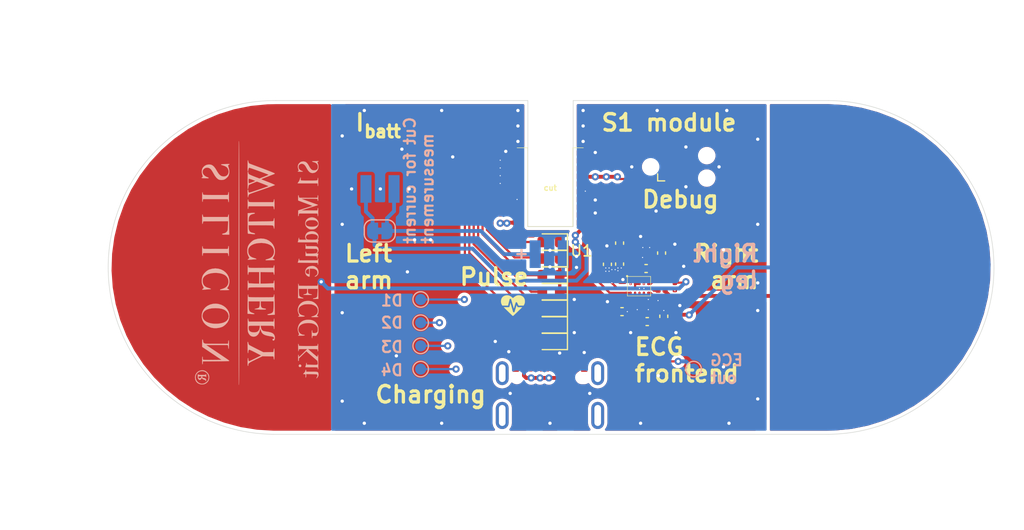
<source format=kicad_pcb>
(kicad_pcb (version 20171130) (host pcbnew "(5.1.9-0-10_14)")
  (title_block (title "S1 ECG Demo") (date 2021-08-19) (rev 1) (company "Silicon Witchery AB") (comment 1 "Engineer: Rohit Nareshkumar") (comment 2 https://creativecommons.org/licenses/by/4.0/) (comment 3 "Attribution 4.0 International License") (comment 4 "Released under the Creative Commons"))
  (layers (0 F.Cu signal) (1 In1.Cu power) (2 In2.Cu power) (31 B.Cu signal) (35 F.Paste user) (36 B.SilkS user) (37 F.SilkS user) (38 B.Mask user) (39 F.Mask user) (44 Edge.Cuts user))
  (net 0 "")
  (net 1 "Net-(C1-Pad2)")
  (net 2 "Net-(C1-Pad1)")
  (net 3 "Net-(C2-Pad2)")
  (net 4 "Net-(C3-Pad1)")
  (net 5 "Net-(C4-Pad2)")
  (net 6 "Net-(C4-Pad1)")
  (net 7 GND)
  (net 8 +1V8)
  (net 9 "Net-(C7-Pad1)")
  (net 10 "Net-(J3-Pad1)")
  (net 11 "Net-(LED1-Pad2)")
  (net 12 "Net-(LED2-Pad2)")
  (net 13 "Net-(LED3-Pad2)")
  (net 14 "Net-(LED4-Pad2)")
  (net 15 "Net-(LED5-Pad2)")
  (net 16 "Net-(LED6-Pad2)")
  (net 17 "Net-(LED7-Pad2)")
  (net 18 "Net-(J1-Pad1)")
  (net 19 "Net-(J5-Pad2)")
  (net 20 "Net-(C2-Pad1)")
  (net 21 "Net-(C7-Pad2)")
  (net 22 "Net-(C8-Pad2)")
  (net 23 /ecg-out)
  (net 24 "Net-(J2-Pad4)")
  (net 25 "Net-(J2-Pad2)")
  (net 26 "Net-(J4-Pad1)")
  (net 27 /Vbatt)
  (net 28 VBUS)
  (net 29 "Net-(J6-PadA5)")
  (net 30 "Net-(J6-PadA7)")
  (net 31 "Net-(J6-PadA6)")
  (net 32 "Net-(J6-PadB5)")
  (net 33 /led2)
  (net 34 /led3)
  (net 35 /led4)
  (net 36 /led1)
  (net 37 /led7)
  (net 38 /~shutdown)
  (net 39 /led6)
  (net 40 /led5)
  (net 41 /lead-detect)
  (net 42 "Net-(R2-Pad1)")
  (net 43 "Net-(R3-Pad1)")
  (net 44 "Net-(R12-Pad2)")
  (module s1-ecg-demo:WLCSP-20-no-paste (layer F.Cu) (at 146.4 104.7)
    (fp_text reference U1 (at -4.44 -2.6) (layer F.SilkS))
    (fp_text value AD8233)
    (pad A1 smd circle (at 0 0) (size 0.22 0.22) (layers F.Cu F.Mask) (net 7 GND))
    (pad A2 smd circle (at 0.4 0) (size 0.22 0.22) (layers F.Cu F.Mask) (net 8 +1V8))
    (pad A3 smd circle (at 0.8 0) (size 0.22 0.22) (layers F.Cu F.Mask) (net 4 "Net-(C3-Pad1)"))
    (pad A4 smd circle (at 1.2 0) (size 0.22 0.22) (layers F.Cu F.Mask) (net 1 "Net-(C1-Pad2)"))
    (pad A5 smd circle (at 1.6 0) (size 0.22 0.22) (layers F.Cu F.Mask) (net 2 "Net-(C1-Pad1)"))
    (pad B1 smd circle (at 0 0.4) (size 0.22 0.22) (layers F.Cu F.Mask) (net 38 /~shutdown))
    (pad B2 smd circle (at 0.4 0.4) (size 0.22 0.22) (layers F.Cu F.Mask) (net 8 +1V8))
    (pad B3 smd circle (at 0.8 0.4) (size 0.22 0.22) (layers F.Cu F.Mask) (net 8 +1V8))
    (pad B4 smd circle (at 1.2 0.4) (size 0.22 0.22) (layers F.Cu F.Mask) (net 3 "Net-(C2-Pad2)"))
    (pad B5 smd circle (at 1.6 0.4) (size 0.22 0.22) (layers F.Cu F.Mask) (net 42 "Net-(R2-Pad1)"))
    (pad C1 smd circle (at 0 0.8) (size 0.22 0.22) (layers F.Cu F.Mask) (net 41 /lead-detect))
    (pad C2 smd circle (at 0.4 0.8) (size 0.22 0.22) (layers F.Cu F.Mask) (net 8 +1V8))
    (pad C3 smd circle (at 0.8 0.8) (size 0.22 0.22) (layers F.Cu F.Mask) (net 9 "Net-(C7-Pad1)"))
    (pad C4 smd circle (at 1.2 0.8) (size 0.22 0.22) (layers F.Cu F.Mask) (net 5 "Net-(C4-Pad2)"))
    (pad C5 smd circle (at 1.6 0.8) (size 0.22 0.22) (layers F.Cu F.Mask) (net 43 "Net-(R3-Pad1)"))
    (pad D1 smd circle (at 0 1.2) (size 0.22 0.22) (layers F.Cu F.Mask) (net 23 /ecg-out))
    (pad D2 smd circle (at 0.4 1.2) (size 0.22 0.22) (layers F.Cu F.Mask) (net 44 "Net-(R12-Pad2)"))
    (pad D3 smd circle (at 0.8 1.2) (size 0.22 0.22) (layers F.Cu F.Mask) (net 21 "Net-(C7-Pad2)"))
    (pad D4 smd circle (at 1.2 1.2) (size 0.22 0.22) (layers F.Cu F.Mask) (net 20 "Net-(C2-Pad1)"))
    (pad D5 smd circle (at 1.6 1.2) (size 0.22 0.22) (layers F.Cu F.Mask) (net 6 "Net-(C4-Pad1)"))
  )
  (module Capacitor_SMD:C_0402_1005Metric (layer F.Cu) (at 144.3 103.32 90)
    (fp_text reference C6 hide)
    (fp_text value 10uF hide)
    (pad 2 smd roundrect (at 0.48 0 90) (size 0.56 0.62) (layers F.Cu F.Paste F.Mask) (net 7 GND))
    (pad 1 smd roundrect (at -0.48 0 90) (size 0.56 0.62) (layers F.Cu F.Paste F.Mask) (net 8 +1V8))
  )
  (module s1-ecg-demo:DX07S016JA1R1500 (layer F.Cu) (at 136 112.5)
    (fp_text reference J6 hide)
    (fp_text value USB-C-16-Pin hide)
    (pad A1/B12 smd rect (at 0 0) (size 0.5588 1.0922) (layers F.Cu F.Paste F.Mask) (net 7 GND))
    (pad A4/B9 smd rect (at 0.749999 0) (size 0.5588 1.0922) (layers F.Cu F.Paste F.Mask) (net 28 VBUS))
    (pad A5 smd rect (at 1.350001 0) (size 0.3048 1.0414) (layers F.Cu F.Paste F.Mask) (net 29 "Net-(J6-PadA5)"))
    (pad B8 smd rect (at 1.85 0) (size 0.3048 1.0414) (layers F.Cu F.Paste F.Mask))
    (pad B7 smd rect (at 2.349999 0) (size 0.3048 1.0414) (layers F.Cu F.Paste F.Mask) (net 30 "Net-(J6-PadA7)"))
    (pad A6 smd rect (at 2.85 0) (size 0.3048 1.0414) (layers F.Cu F.Paste F.Mask) (net 31 "Net-(J6-PadA6)"))
    (pad B6 smd rect (at 3.349999 0) (size 0.3048 1.0414) (layers F.Cu F.Paste F.Mask) (net 31 "Net-(J6-PadA6)"))
    (pad A7 smd rect (at 3.850001 0) (size 0.3048 1.0414) (layers F.Cu F.Paste F.Mask) (net 30 "Net-(J6-PadA7)"))
    (pad B5 smd rect (at 4.35 0) (size 0.3048 1.0414) (layers F.Cu F.Paste F.Mask) (net 32 "Net-(J6-PadB5)"))
    (pad A8 smd rect (at 4.849999 0) (size 0.3048 1.0414) (layers F.Cu F.Paste F.Mask))
    (pad A9/B4 smd rect (at 5.45 0) (size 0.5588 1.0922) (layers F.Cu F.Paste F.Mask) (net 28 VBUS))
    (pad A12/B1 smd rect (at 6.199999 0) (size 0.5588 1.0922) (layers F.Cu F.Paste F.Mask) (net 7 GND))
    (pad "" smd rect (at 1.7 4.496 90) (size 2.0066 0.9906) (layers F.Cu F.Paste F.Mask))
    (pad "" smd rect (at 4.499999 4.496 90) (size 2.0066 0.9906) (layers F.Cu F.Paste F.Mask))
    (pad "" np_thru_hole circle (at 0.1 1.054) (size 0.65 0.65) (drill 0.65) (layers *.Cu *.Mask))
    (pad "" np_thru_hole oval (at 6.099999 1.054001) (size 0.85 0.65) (drill oval 0.85 0.65) (layers *.Cu *.Mask))
    (pad "" thru_hole oval (at -1.220002 4.496 90) (size 2.458 1.158) (drill oval 1.9 0.6) (layers *.Cu *.Mask))
    (pad "" thru_hole oval (at -1.220002 0.670999 90) (size 2.158 1.158) (drill oval 1.6 0.6) (layers *.Cu *.Mask))
    (pad "" thru_hole oval (at 7.420001 4.496 90) (size 2.458 1.158) (drill oval 1.9 0.6) (layers *.Cu *.Mask))
    (pad "" thru_hole oval (at 7.419601 0.670999 90) (size 2.158 1.158) (drill oval 1.6 0.6) (layers *.Cu *.Mask))
  )
  (module Resistor_SMD:R_0201_0603Metric (layer F.Cu) (at 135.68 110.3)
    (fp_text reference R14 hide)
    (fp_text value 5.1k)
    (pad 2 smd roundrect (at 0.32 0) (size 0.46 0.4) (layers F.Cu F.Mask) (net 29 "Net-(J6-PadA5)"))
    (pad 1 smd roundrect (at -0.32 0) (size 0.46 0.4) (layers F.Cu F.Mask) (net 7 GND))
  )
  (module LED_SMD:LED_0603_1608Metric (layer F.Cu) (at 139.195799 107.3 180)
    (fp_text reference LED4 hide)
    (fp_text value LED)
    (pad 2 smd roundrect (at 0.7875 0 180) (size 0.875 0.95) (layers F.Cu F.Paste F.Mask) (net 14 "Net-(LED4-Pad2)"))
    (pad 1 smd roundrect (at -0.7875 0 180) (size 0.875 0.95) (layers F.Cu F.Paste F.Mask) (net 7 GND))
  )
  (module s1-ecg-demo:heartbeat (layer F.Cu) (at 135.75 107.05)
    (fp_text reference FID3 hide)
    (fp_text value "Heartbeat icon" hide)
  )
  (module s1-ecg-demo:title (layer B.Cu) (at 117.2 103.8 270)
    (fp_text reference FID2 hide)
    (fp_text value "Board title" hide)
  )
  (module s1-ecg-demo:sw-logo (layer B.Cu) (at 110.9 103.2 270)
    (fp_text reference FID1 hide)
    (fp_text value Logo hide)
  )
  (module Resistor_SMD:R_0201_0603Metric (layer F.Cu) (at 134.3 96.7)
    (fp_text reference R22 hide)
    (fp_text value 665R)
    (pad 2 smd roundrect (at 0.32 0) (size 0.46 0.4) (layers F.Cu F.Mask) (net 37 /led7))
    (pad 1 smd roundrect (at -0.32 0) (size 0.46 0.4) (layers F.Cu F.Mask) (net 17 "Net-(LED7-Pad2)"))
  )
  (module Resistor_SMD:R_0201_0603Metric (layer F.Cu) (at 134.3 98.1)
    (fp_text reference R21 hide)
    (fp_text value 665R)
    (pad 2 smd roundrect (at 0.32 0) (size 0.46 0.4) (layers F.Cu F.Mask) (net 39 /led6))
    (pad 1 smd roundrect (at -0.32 0) (size 0.46 0.4) (layers F.Cu F.Mask) (net 16 "Net-(LED6-Pad2)"))
  )
  (module Resistor_SMD:R_0201_0603Metric (layer F.Cu) (at 134.3 98.8)
    (fp_text reference R20 hide)
    (fp_text value 665R)
    (pad 2 smd roundrect (at 0.32 0) (size 0.46 0.4) (layers F.Cu F.Mask) (net 40 /led5))
    (pad 1 smd roundrect (at -0.32 0) (size 0.46 0.4) (layers F.Cu F.Mask) (net 15 "Net-(LED5-Pad2)"))
  )
  (module Resistor_SMD:R_0201_0603Metric (layer F.Cu) (at 134.3 95.3)
    (fp_text reference R19 hide)
    (fp_text value 665R)
    (pad 2 smd roundrect (at 0.32 0) (size 0.46 0.4) (layers F.Cu F.Mask) (net 35 /led4))
    (pad 1 smd roundrect (at -0.32 0) (size 0.46 0.4) (layers F.Cu F.Mask) (net 14 "Net-(LED4-Pad2)"))
  )
  (module Resistor_SMD:R_0201_0603Metric (layer F.Cu) (at 134.3 94.6)
    (fp_text reference R18 hide)
    (fp_text value 665R)
    (pad 2 smd roundrect (at 0.32 0) (size 0.46 0.4) (layers F.Cu F.Mask) (net 34 /led3))
    (pad 1 smd roundrect (at -0.32 0) (size 0.46 0.4) (layers F.Cu F.Mask) (net 13 "Net-(LED3-Pad2)"))
  )
  (module Resistor_SMD:R_0201_0603Metric (layer F.Cu) (at 134.3 93.9)
    (fp_text reference R17 hide)
    (fp_text value 665R)
    (pad 2 smd roundrect (at 0.32 0) (size 0.46 0.4) (layers F.Cu F.Mask) (net 33 /led2))
    (pad 1 smd roundrect (at -0.32 0) (size 0.46 0.4) (layers F.Cu F.Mask) (net 12 "Net-(LED2-Pad2)"))
  )
  (module Resistor_SMD:R_0201_0603Metric (layer F.Cu) (at 146.4 101.6 90)
    (fp_text reference R7 hide)
    (fp_text value 10M)
    (pad 2 smd roundrect (at 0.32 0 90) (size 0.46 0.4) (layers F.Cu F.Mask) (net 7 GND))
    (pad 1 smd roundrect (at -0.32 0 90) (size 0.46 0.4) (layers F.Cu F.Mask) (net 4 "Net-(C3-Pad1)"))
  )
  (module Resistor_SMD:R_0201_0603Metric (layer F.Cu) (at 146.4 103.5 270)
    (fp_text reference R4 hide)
    (fp_text value 10M)
    (pad 2 smd roundrect (at 0.32 0 270) (size 0.46 0.4) (layers F.Cu F.Mask) (net 8 +1V8))
    (pad 1 smd roundrect (at -0.32 0 270) (size 0.46 0.4) (layers F.Cu F.Mask) (net 4 "Net-(C3-Pad1)"))
  )
  (module Resistor_SMD:R_0201_0603Metric (layer F.Cu) (at 147.8 102.7)
    (fp_text reference R1 hide)
    (fp_text value 10M)
    (pad 2 smd roundrect (at 0.32 0) (size 0.46 0.4) (layers F.Cu F.Mask) (net 1 "Net-(C1-Pad2)"))
    (pad 1 smd roundrect (at -0.32 0) (size 0.46 0.4) (layers F.Cu F.Mask) (net 3 "Net-(C2-Pad2)"))
  )
  (module Resistor_SMD:R_0201_0603Metric (layer F.Cu) (at 149.2 105.7)
    (fp_text reference R3 hide)
    (fp_text value 182k)
    (pad 2 smd roundrect (at 0.32 0) (size 0.46 0.4) (layers F.Cu F.Mask) (net 10 "Net-(J3-Pad1)"))
    (pad 1 smd roundrect (at -0.32 0) (size 0.46 0.4) (layers F.Cu F.Mask) (net 43 "Net-(R3-Pad1)"))
  )
  (module Resistor_SMD:R_0201_0603Metric (layer F.Cu) (at 149.2 104.8)
    (fp_text reference R2 hide)
    (fp_text value 182k)
    (pad 2 smd roundrect (at 0.32 0) (size 0.46 0.4) (layers F.Cu F.Mask) (net 18 "Net-(J1-Pad1)"))
    (pad 1 smd roundrect (at -0.32 0) (size 0.46 0.4) (layers F.Cu F.Mask) (net 42 "Net-(R2-Pad1)"))
  )
  (module Resistor_SMD:R_0201_0603Metric (layer F.Cu) (at 146.1 108.6 180)
    (fp_text reference R10 hide)
    (fp_text value 1M)
    (pad 2 smd roundrect (at 0.32 0 180) (size 0.46 0.4) (layers F.Cu F.Mask) (net 22 "Net-(C8-Pad2)"))
    (pad 1 smd roundrect (at -0.32 0 180) (size 0.46 0.4) (layers F.Cu F.Mask) (net 21 "Net-(C7-Pad2)"))
  )
  (module Resistor_SMD:R_0201_0603Metric (layer F.Cu) (at 150.4 108.2 90)
    (fp_text reference R8 hide)
    (fp_text value 499k)
    (pad 2 smd roundrect (at 0.32 0 90) (size 0.46 0.4) (layers F.Cu F.Mask) (net 26 "Net-(J4-Pad1)"))
    (pad 1 smd roundrect (at -0.32 0 90) (size 0.46 0.4) (layers F.Cu F.Mask) (net 6 "Net-(C4-Pad1)"))
  )
  (module Resistor_SMD:R_0201_0603Metric (layer F.Cu) (at 145.8 106.7 180)
    (fp_text reference R13 hide)
    (fp_text value 1M)
    (pad 2 smd roundrect (at 0.32 0 180) (size 0.46 0.4) (layers F.Cu F.Mask) (net 23 /ecg-out))
    (pad 1 smd roundrect (at -0.32 0 180) (size 0.46 0.4) (layers F.Cu F.Mask) (net 44 "Net-(R12-Pad2)"))
  )
  (module Resistor_SMD:R_0201_0603Metric (layer F.Cu) (at 147 107.1 90)
    (fp_text reference R12 hide)
    (fp_text value 100k)
    (pad 2 smd roundrect (at 0.32 0 90) (size 0.46 0.4) (layers F.Cu F.Mask) (net 44 "Net-(R12-Pad2)"))
    (pad 1 smd roundrect (at -0.32 0 90) (size 0.46 0.4) (layers F.Cu F.Mask) (net 9 "Net-(C7-Pad1)"))
  )
  (module Resistor_SMD:R_0201_0603Metric (layer F.Cu) (at 150.4 105.3 270)
    (fp_text reference R6 hide)
    (fp_text value 10M)
    (pad 2 smd roundrect (at 0.32 0 270) (size 0.46 0.4) (layers F.Cu F.Mask) (net 6 "Net-(C4-Pad1)"))
    (pad 1 smd roundrect (at -0.32 0 270) (size 0.46 0.4) (layers F.Cu F.Mask) (net 18 "Net-(J1-Pad1)"))
  )
  (module Resistor_SMD:R_0201_0603Metric (layer F.Cu) (at 149.2 106.6 180)
    (fp_text reference R5 hide)
    (fp_text value 10M)
    (pad 2 smd roundrect (at 0.32 0 180) (size 0.46 0.4) (layers F.Cu F.Mask) (net 6 "Net-(C4-Pad1)"))
    (pad 1 smd roundrect (at -0.32 0 180) (size 0.46 0.4) (layers F.Cu F.Mask) (net 10 "Net-(J3-Pad1)"))
  )
  (module Resistor_SMD:R_0201_0603Metric (layer F.Cu) (at 147.8 101.8 180)
    (fp_text reference R9 hide)
    (fp_text value 200k)
    (pad 2 smd roundrect (at 0.32 0 180) (size 0.46 0.4) (layers F.Cu F.Mask) (net 22 "Net-(C8-Pad2)"))
    (pad 1 smd roundrect (at -0.32 0 180) (size 0.46 0.4) (layers F.Cu F.Mask) (net 20 "Net-(C2-Pad1)"))
  )
  (module Resistor_SMD:R_0201_0603Metric (layer F.Cu) (at 148 107.1 90)
    (fp_text reference R11 hide)
    (fp_text value 100k)
    (pad 2 smd roundrect (at 0.32 0 90) (size 0.46 0.4) (layers F.Cu F.Mask) (net 20 "Net-(C2-Pad1)"))
    (pad 1 smd roundrect (at -0.32 0 90) (size 0.46 0.4) (layers F.Cu F.Mask) (net 9 "Net-(C7-Pad1)"))
  )
  (module Resistor_SMD:R_0201_0603Metric (layer F.Cu) (at 134.3 96)
    (fp_text reference R16 hide)
    (fp_text value 665R)
    (pad 2 smd roundrect (at 0.32 0) (size 0.46 0.4) (layers F.Cu F.Mask) (net 36 /led1))
    (pad 1 smd roundrect (at -0.32 0) (size 0.46 0.4) (layers F.Cu F.Mask) (net 11 "Net-(LED1-Pad2)"))
  )
  (module Resistor_SMD:R_0201_0603Metric (layer F.Cu) (at 142.52 110.3 180)
    (fp_text reference R15 hide)
    (fp_text value 5.1k)
    (pad 2 smd roundrect (at 0.32 0 180) (size 0.46 0.4) (layers F.Cu F.Mask) (net 32 "Net-(J6-PadB5)"))
    (pad 1 smd roundrect (at -0.32 0 180) (size 0.46 0.4) (layers F.Cu F.Mask) (net 7 GND))
  )
  (module LED_SMD:LED_0603_1608Metric (layer F.Cu) (at 139.195799 104.3 180)
    (fp_text reference LED7 hide)
    (fp_text value LED)
    (pad 2 smd roundrect (at 0.7875 0 180) (size 0.875 0.95) (layers F.Cu F.Paste F.Mask) (net 17 "Net-(LED7-Pad2)"))
    (pad 1 smd roundrect (at -0.7875 0 180) (size 0.875 0.95) (layers F.Cu F.Paste F.Mask) (net 7 GND))
  )
  (module LED_SMD:LED_0603_1608Metric (layer F.Cu) (at 139.195799 102.8 180)
    (fp_text reference LED6 hide)
    (fp_text value LED)
    (pad 2 smd roundrect (at 0.7875 0 180) (size 0.875 0.95) (layers F.Cu F.Paste F.Mask) (net 16 "Net-(LED6-Pad2)"))
    (pad 1 smd roundrect (at -0.7875 0 180) (size 0.875 0.95) (layers F.Cu F.Paste F.Mask) (net 7 GND))
  )
  (module LED_SMD:LED_0603_1608Metric (layer F.Cu) (at 139.195799 101.3 180)
    (fp_text reference LED5 hide)
    (fp_text value LED)
    (pad 2 smd roundrect (at 0.7875 0 180) (size 0.875 0.95) (layers F.Cu F.Paste F.Mask) (net 15 "Net-(LED5-Pad2)"))
    (pad 1 smd roundrect (at -0.7875 0 180) (size 0.875 0.95) (layers F.Cu F.Paste F.Mask) (net 7 GND))
  )
  (module LED_SMD:LED_0603_1608Metric (layer F.Cu) (at 139.195799 108.8 180)
    (fp_text reference LED3 hide)
    (fp_text value LED)
    (pad 2 smd roundrect (at 0.7875 0 180) (size 0.875 0.95) (layers F.Cu F.Paste F.Mask) (net 13 "Net-(LED3-Pad2)"))
    (pad 1 smd roundrect (at -0.7875 0 180) (size 0.875 0.95) (layers F.Cu F.Paste F.Mask) (net 7 GND))
  )
  (module LED_SMD:LED_0603_1608Metric (layer F.Cu) (at 139.195799 110.3 180)
    (fp_text reference LED2 hide)
    (fp_text value LED)
    (pad 2 smd roundrect (at 0.7875 0 180) (size 0.875 0.95) (layers F.Cu F.Paste F.Mask) (net 12 "Net-(LED2-Pad2)"))
    (pad 1 smd roundrect (at -0.7875 0 180) (size 0.875 0.95) (layers F.Cu F.Paste F.Mask) (net 7 GND))
  )
  (module LED_SMD:LED_0603_1608Metric (layer F.Cu) (at 139.195799 105.8 180)
    (fp_text reference LED1 hide)
    (fp_text value LED)
    (pad 2 smd roundrect (at 0.7875 0 180) (size 0.875 0.95) (layers F.Cu F.Paste F.Mask) (net 11 "Net-(LED1-Pad2)"))
    (pad 1 smd roundrect (at -0.7875 0 180) (size 0.875 0.95) (layers F.Cu F.Paste F.Mask) (net 7 GND))
  )
  (module Capacitor_SMD:C_0402_1005Metric (layer F.Cu) (at 145.4 101.4 90)
    (fp_text reference C3 hide)
    (fp_text value 1uF)
    (pad 2 smd roundrect (at 0.48 0 90) (size 0.56 0.62) (layers F.Cu F.Paste F.Mask) (net 7 GND))
    (pad 1 smd roundrect (at -0.48 0 90) (size 0.56 0.62) (layers F.Cu F.Paste F.Mask) (net 4 "Net-(C3-Pad1)"))
  )
  (module Capacitor_SMD:C_0402_1005Metric (layer F.Cu) (at 145.4 103.3 90)
    (fp_text reference C5 hide)
    (fp_text value 100nF)
    (pad 2 smd roundrect (at 0.48 0 90) (size 0.56 0.62) (layers F.Cu F.Paste F.Mask) (net 7 GND))
    (pad 1 smd roundrect (at -0.48 0 90) (size 0.56 0.62) (layers F.Cu F.Paste F.Mask) (net 8 +1V8))
  )
  (module Capacitor_SMD:C_0402_1005Metric (layer F.Cu) (at 147.8 103.7 180)
    (fp_text reference C1 hide)
    (fp_text value 220nF)
    (pad 2 smd roundrect (at 0.48 0 180) (size 0.56 0.62) (layers F.Cu F.Paste F.Mask) (net 1 "Net-(C1-Pad2)"))
    (pad 1 smd roundrect (at -0.48 0 180) (size 0.56 0.62) (layers F.Cu F.Paste F.Mask) (net 2 "Net-(C1-Pad1)"))
  )
  (module Capacitor_SMD:C_0402_1005Metric (layer F.Cu) (at 147.9 108.5 180)
    (fp_text reference C7 hide)
    (fp_text value 22nF)
    (pad 2 smd roundrect (at 0.48 0 180) (size 0.56 0.62) (layers F.Cu F.Paste F.Mask) (net 21 "Net-(C7-Pad2)"))
    (pad 1 smd roundrect (at -0.48 0 180) (size 0.56 0.62) (layers F.Cu F.Paste F.Mask) (net 9 "Net-(C7-Pad1)"))
  )
  (module Capacitor_SMD:C_0402_1005Metric (layer F.Cu) (at 149.4 108.02 90)
    (fp_text reference C4 hide)
    (fp_text value 1nF)
    (pad 2 smd roundrect (at 0.48 0 90) (size 0.56 0.62) (layers F.Cu F.Paste F.Mask) (net 5 "Net-(C4-Pad2)"))
    (pad 1 smd roundrect (at -0.48 0 90) (size 0.56 0.62) (layers F.Cu F.Paste F.Mask) (net 6 "Net-(C4-Pad1)"))
  )
  (module Capacitor_SMD:C_0402_1005Metric (layer F.Cu) (at 145.62 107.6)
    (fp_text reference C8 hide)
    (fp_text value 10nF)
    (pad 2 smd roundrect (at 0.48 0) (size 0.56 0.62) (layers F.Cu F.Paste F.Mask) (net 22 "Net-(C8-Pad2)"))
    (pad 1 smd roundrect (at -0.48 0) (size 0.56 0.62) (layers F.Cu F.Paste F.Mask) (net 23 /ecg-out))
  )
  (module Capacitor_SMD:C_0402_1005Metric (layer F.Cu) (at 149.2 102.3 270)
    (fp_text reference C2 hide)
    (fp_text value 220nF)
    (pad 2 smd roundrect (at 0.48 0 270) (size 0.56 0.62) (layers F.Cu F.Paste F.Mask) (net 3 "Net-(C2-Pad2)"))
    (pad 1 smd roundrect (at -0.48 0 270) (size 0.56 0.62) (layers F.Cu F.Paste F.Mask) (net 20 "Net-(C2-Pad1)"))
  )
  (module TestPoint:TestPoint_Pad_D1.0mm (layer B.Cu) (at 152.1 112.8)
    (fp_text reference TP1 hide)
    (fp_text value "ECG out" hide)
    (pad 1 smd circle (at 0 0) (size 1 1) (layers B.Cu B.Mask) (net 23 /ecg-out))
  )
  (module TestPoint:TestPoint_Pad_D1.0mm (layer B.Cu) (at 127.4 112.8 90)
    (fp_text reference TP5 hide)
    (fp_text value D4)
    (pad 1 smd circle (at 0 0 90) (size 1 1) (layers B.Cu B.Mask) (net 35 /led4))
  )
  (module TestPoint:TestPoint_Pad_D1.0mm (layer B.Cu) (at 127.4 110.7 90)
    (fp_text reference TP4 hide)
    (fp_text value D3)
    (pad 1 smd circle (at 0 0 90) (size 1 1) (layers B.Cu B.Mask) (net 34 /led3))
  )
  (module TestPoint:TestPoint_Pad_D1.0mm (layer B.Cu) (at 127.4 108.6 90)
    (fp_text reference TP3 hide)
    (fp_text value D2)
    (pad 1 smd circle (at 0 0 90) (size 1 1) (layers B.Cu B.Mask) (net 33 /led2))
  )
  (module TestPoint:TestPoint_Pad_D1.0mm (layer B.Cu) (at 127.4 106.5 90)
    (fp_text reference TP2 hide)
    (fp_text value D1)
    (pad 1 smd circle (at 0 0 90) (size 1 1) (layers B.Cu B.Mask) (net 36 /led1))
  )
  (module Connector:Tag-Connect_TC2030-IDC-NL_2x03_P1.27mm_Vertical (layer F.Cu) (at 150.75 94.5)
    (fp_text reference J2 hide)
    (fp_text value TC2030)
    (pad 6 connect circle (at 1.27 -0.635) (size 0.7874 0.7874) (layers F.Cu F.Mask))
    (pad 5 connect circle (at 1.27 0.635) (size 0.7874 0.7874) (layers F.Cu F.Mask) (net 7 GND))
    (pad 4 connect circle (at 0 -0.635) (size 0.7874 0.7874) (layers F.Cu F.Mask) (net 24 "Net-(J2-Pad4)"))
    (pad 3 connect circle (at 0 0.635) (size 0.7874 0.7874) (layers F.Cu F.Mask))
    (pad 2 connect circle (at -1.27 -0.635) (size 0.7874 0.7874) (layers F.Cu F.Mask) (net 25 "Net-(J2-Pad2)"))
    (pad 1 connect circle (at -1.27 0.635) (size 0.7874 0.7874) (layers F.Cu F.Mask) (net 8 +1V8))
    (pad "" np_thru_hole circle (at -2.54 0) (size 0.9906 0.9906) (drill 0.9906) (layers *.Cu *.Mask))
    (pad "" np_thru_hole circle (at 2.54 1.016) (size 0.9906 0.9906) (drill 0.9906) (layers *.Cu *.Mask))
    (pad "" np_thru_hole circle (at 2.54 -1.016) (size 0.9906 0.9906) (drill 0.9906) (layers *.Cu *.Mask))
  )
  (module s1-ecg-demo:ECG-pad (layer F.Cu) (at 117.7 103.6 90)
    (fp_text reference J1 hide)
    (fp_text value "Left arm")
    (pad 1 smd roundrect (at 0 0 90) (size 1.524 1.524) (layers F.Cu F.Mask) (net 18 "Net-(J1-Pad1)"))
  )
  (module s1-ecg-demo:ECG-pad (layer B.Cu) (at 159.9 103.6)
    (fp_text reference J4 hide)
    (fp_text value "Right leg")
    (pad 1 smd roundrect (at 0 0) (size 1.524 1.524) (layers B.Cu B.Mask) (net 26 "Net-(J4-Pad1)"))
  )
  (module s1-ecg-demo:ECG-pad (layer F.Cu) (at 160.4 103.6)
    (fp_text reference J3 hide)
    (fp_text value "Right arm")
    (pad 1 smd roundrect (at 0 0) (size 1.524 1.524) (layers F.Cu F.Mask) (net 10 "Net-(J3-Pad1)"))
  )
  (module Jumper:SolderJumper-2_P1.3mm_Bridged_RoundedPad1.0x1.5mm (layer B.Cu) (at 123.7 100.3 180)
    (fp_text reference JP1 hide)
    (fp_text value Jumper_NC_Small)
    (fp_poly (pts (xy 0.25 0.3) (xy -0.25 0.3) (xy -0.25 -0.3) (xy 0.25 -0.3)) (layer B.Cu) (width 0))
    (pad 1 smd custom (at -0.65 0 180) (size 1 0.5) (layers B.Cu B.Mask) (net 19 "Net-(J5-Pad2)") (options (clearance outline) (anchor rect)) (primitives (gr_circle (center 0 -0.25) (end 0.5 -0.25) (width 0)) (gr_circle (center 0 0.25) (end 0.5 0.25) (width 0)) (gr_poly (pts (xy 0 0.75) (xy 0.5 0.75) (xy 0.5 -0.75) (xy 0 -0.75)) (width 0))))
    (pad 2 smd custom (at 0.65 0 180) (size 1 0.5) (layers B.Cu B.Mask) (net 27 /Vbatt) (options (clearance outline) (anchor rect)) (primitives (gr_circle (center 0 -0.25) (end 0.5 -0.25) (width 0)) (gr_circle (center 0 0.25) (end 0.5 0.25) (width 0)) (gr_poly (pts (xy 0 0.75) (xy -0.5 0.75) (xy -0.5 -0.75) (xy 0 -0.75)) (width 0))))
  )
  (module s1-module:s1-module (layer F.Cu) (at 139.174201 96.4)
    (fp_text reference MOD1 hide)
    (fp_text value s1-module hide)
    (fp_text user cut (at -0.05 0) (layer F.SilkS) (effects (font (size 0.5 0.5) (thickness 0.1))))
    (pad 20 smd rect (at 2.95 -3.15 180) (size 1 0.48) (drill (offset 0.1 0)) (layers F.Cu F.Paste) (net 7 GND))
    (pad 2 smd rect (at -3.05 -2.45) (size 1 0.48) (drill (offset 0.1 0)) (layers F.Cu F.Paste) (net 33 /led2))
    (pad 1 smd rect (at -3.05 -3.15) (size 1 0.48) (drill (offset 0.1 0)) (layers F.Cu F.Paste) (net 7 GND))
    (pad 3 smd rect (at -3.05 -1.75) (size 1 0.48) (drill (offset 0.1 0)) (layers F.Cu F.Paste) (net 34 /led3))
    (pad 4 smd rect (at -3.05 -1.05) (size 1 0.48) (drill (offset 0.1 0)) (layers F.Cu F.Paste) (net 35 /led4))
    (pad 5 smd rect (at -3.05 -0.35) (size 1 0.48) (drill (offset 0.1 0)) (layers F.Cu F.Paste) (net 36 /led1))
    (pad 6 smd rect (at -3.05 0.35) (size 1 0.48) (drill (offset 0.1 0)) (layers F.Cu F.Paste) (net 37 /led7))
    (pad 7 smd rect (at -3.05 1.05) (size 1 0.48) (drill (offset 0.1 0)) (layers F.Cu F.Paste) (net 38 /~shutdown))
    (pad 8 smd rect (at -3.05 1.75) (size 1 0.48) (drill (offset 0.1 0)) (layers F.Cu F.Paste) (net 39 /led6))
    (pad 9 smd rect (at -3.05 2.45) (size 1 0.48) (drill (offset 0.1 0)) (layers F.Cu F.Paste) (net 40 /led5))
    (pad 10 smd rect (at -3.05 3.15) (size 1 0.48) (drill (offset 0.1 0)) (layers F.Cu F.Paste) (net 28 VBUS))
    (pad 11 smd rect (at 2.95 3.15 180) (size 1 0.48) (drill (offset 0.1 0)) (layers F.Cu F.Paste) (net 27 /Vbatt))
    (pad 12 smd rect (at 2.95 2.45 180) (size 1 0.48) (drill (offset 0.1 0)) (layers F.Cu F.Paste))
    (pad 13 smd rect (at 2.95 1.75 180) (size 1 0.48) (drill (offset 0.1 0)) (layers F.Cu F.Paste))
    (pad 14 smd rect (at 2.95 1.05 180) (size 1 0.48) (drill (offset 0.1 0)) (layers F.Cu F.Paste) (net 7 GND))
    (pad 15 smd rect (at 2.95 0.35 180) (size 1 0.48) (drill (offset 0.1 0)) (layers F.Cu F.Paste) (net 41 /lead-detect))
    (pad 16 smd rect (at 2.95 -0.35 180) (size 1 0.48) (drill (offset 0.1 0)) (layers F.Cu F.Paste) (net 23 /ecg-out))
    (pad 17 smd rect (at 2.95 -1.05 180) (size 1 0.48) (drill (offset 0.1 0)) (layers F.Cu F.Paste) (net 8 +1V8))
    (pad 18 smd rect (at 2.95 -1.75 180) (size 1 0.48) (drill (offset 0.1 0)) (layers F.Cu F.Paste) (net 25 "Net-(J2-Pad2)"))
    (pad 19 smd rect (at 2.95 -2.45 180) (size 1 0.48) (drill (offset 0.1 0)) (layers F.Cu F.Paste) (net 24 "Net-(J2-Pad4)"))
  )
  (module s1-ecg-demo:Conn_2_SMD_2.54mm (layer B.Cu) (at 122.45 96.5)
    (fp_text reference J5 hide)
    (fp_text value "Current Probe")
    (pad 2 smd rect (at 2.54 0) (size 1 2.5) (layers B.Cu B.Paste B.Mask) (net 19 "Net-(J5-Pad2)"))
    (pad 1 smd rect (at 0 0) (size 1 2.5) (layers B.Cu B.Paste B.Mask) (net 27 /Vbatt))
  )
  (module s1-ecg-demo:Conn_2_SMD_2.54mm (layer B.Cu) (at 140.3 102.4 180)
    (fp_text reference J7 hide)
    (fp_text value "Battery Port")
    (pad 2 smd rect (at 2.54 0 180) (size 1 2.5) (layers B.Cu B.Paste B.Mask) (net 19 "Net-(J5-Pad2)"))
    (pad 1 smd rect (at 0 0 180) (size 1 2.5) (layers B.Cu B.Paste B.Mask) (net 7 GND))
  )
  (module Fiducial:Fiducial_0.5mm_Mask1mm (layer F.Cu) (at 120.1 89.3)
    (fp_text reference FID5 hide)
    (fp_text value Fiducial)
    (pad "" smd circle (at 0 0) (size 0.5 0.5) (layers F.Cu F.Mask) (clearance 0.25))
  )
  (module Fiducial:Fiducial_0.5mm_Mask1mm (layer F.Cu) (at 158.2 117.9)
    (fp_text reference FID4 hide)
    (fp_text value Fiducial)
    (pad "" smd circle (at 0 0) (size 0.5 0.5) (layers F.Cu F.Mask) (clearance 0.25))
  )
  (gr_text + (at 137.275 102.325) (layer B.SilkS) (effects (font (size 1 1) (thickness 0.2)) (justify left mirror)))
  (gr_text "Cut for current\nmeasurement" (at 127.225 101.575 90) (layer B.SilkS) (effects (font (size 1 1) (thickness 0.2)) (justify right mirror)))
  (gr_text D4 (at 125.9 112.9) (layer B.SilkS) (effects (font (size 1 1) (thickness 0.2)) (justify left mirror)))
  (gr_text D3 (at 125.9 110.8) (layer B.SilkS) (effects (font (size 1 1) (thickness 0.2)) (justify left mirror)))
  (gr_text D2 (at 125.9 108.6) (layer B.SilkS) (effects (font (size 1 1) (thickness 0.2)) (justify left mirror)))
  (gr_text D1 (at 125.9 106.6) (layer B.SilkS) (effects (font (size 1 1) (thickness 0.2)) (justify left mirror)))
  (gr_text "ECG\nout" (at 153.5 112.8) (layer B.SilkS) (effects (font (size 1 1) (thickness 0.2)) (justify right mirror)))
  (gr_text "Right\nleg" (at 158.075 103.55) (layer B.SilkS) (effects (font (size 1.5 1.5) (thickness 0.3)) (justify left mirror)))
  (gr_text Pulse (at 134.05 104.45) (layer F.SilkS) (effects (font (size 1.5 1.5) (thickness 0.3))))
  (gr_text batt (at 125.75 91.3) (layer F.SilkS) (effects (font (size 1.1 1.1) (thickness 0.275)) (justify right)))
  (gr_text I (at 122.45 90.5) (layer F.SilkS) (effects (font (size 1.5 1.5) (thickness 0.3)) (justify right)))
  (gr_text "S1 module" (at 143.6 90.5) (layer F.SilkS) (effects (font (size 1.5 1.5) (thickness 0.3)) (justify left)))
  (gr_text Debug (at 150.9 97.45) (layer F.SilkS) (effects (font (size 1.5 1.5) (thickness 0.3))))
  (gr_text "ECG\nfrontend" (at 146.6 112) (layer F.SilkS) (effects (font (size 1.5 1.5) (thickness 0.3)) (justify left)))
  (gr_text Charging (at 128.3 115.1) (layer F.SilkS) (effects (font (size 1.5 1.5) (thickness 0.3))))
  (gr_text "Right\narm" (at 158.125 103.55) (layer F.SilkS) (effects (font (size 1.5 1.5) (thickness 0.3)) (justify right)))
  (gr_text "Left\narm" (at 120.375 103.55) (layer F.SilkS) (effects (font (size 1.5 1.5) (thickness 0.3)) (justify left)))
  (gr_arc (start 164.2 103.6) (end 164.1 118.7) (angle -180) (layer Edge.Cuts) (width 0.05))
  (gr_line (start 114.3 88.5) (end 137.1 88.5) (layer Edge.Cuts) (width 0.05))
  (gr_line (start 114.1 118.7) (end 139.1 118.7) (layer Edge.Cuts) (width 0.05))
  (gr_arc (start 114.2 103.6) (end 114.3 88.5) (angle -180) (layer Edge.Cuts) (width 0.05))
  (gr_line (start 141.2 88.5) (end 164.3 88.5) (layer Edge.Cuts) (width 0.05))
  (gr_line (start 139.1 118.7) (end 164.1 118.7) (layer Edge.Cuts) (width 0.05))
  (gr_line (start 141.2 99.9) (end 141.2 88.5) (layer Edge.Cuts) (width 0.05))
  (gr_line (start 137.1 99.9) (end 141.2 99.9) (layer Edge.Cuts) (width 0.05))
  (gr_line (start 137.1 99.9) (end 137.1 88.5) (layer Edge.Cuts) (width 0.05))
  (segment (start 147.6 103.98) (end 147.32 103.7) (width 0.2) (layer F.Cu) (net 1))
  (segment (start 147.6 104.7) (end 147.6 103.98) (width 0.2) (layer F.Cu) (net 1))
  (segment (start 148.1 102.825) (end 147.32 103.605) (width 0.2) (layer F.Cu) (net 1))
  (segment (start 147.32 103.605) (end 147.32 103.7) (width 0.2) (layer F.Cu) (net 1))
  (segment (start 148.1 102.7) (end 148.1 102.825) (width 0.2) (layer F.Cu) (net 1))
  (segment (start 148 104.7) (end 148.3 104.4) (width 0.2) (layer F.Cu) (net 2))
  (segment (start 148.3 104.4) (end 148.3 103.8) (width 0.2) (layer F.Cu) (net 2))
  (via micro (at 147.6 105.1) (size 0.2) (drill 0.1) (layers F.Cu In1.Cu) (net 3))
  (via micro (at 147.48 102.7) (size 0.2) (drill 0.1) (layers F.Cu In1.Cu) (net 3))
  (segment (start 147.65 102.25) (end 148.67 102.25) (width 0.2) (layer F.Cu) (net 3))
  (segment (start 147.48 102.42) (end 147.65 102.25) (width 0.2) (layer F.Cu) (net 3))
  (segment (start 148.67 102.25) (end 149.2 102.78) (width 0.2) (layer F.Cu) (net 3))
  (segment (start 147.48 102.7) (end 147.48 102.42) (width 0.2) (layer F.Cu) (net 3))
  (segment (start 145.4 101.88) (end 146.38 101.88) (width 0.2) (layer F.Cu) (net 4))
  (segment (start 146.4 103.18) (end 146.4 101.9) (width 0.2) (layer F.Cu) (net 4))
  (segment (start 146.825 103.525) (end 146.5 103.2) (width 0.2) (layer F.Cu) (net 4))
  (segment (start 146.825 104.025) (end 146.825 103.525) (width 0.2) (layer F.Cu) (net 4))
  (segment (start 147.2 104.7) (end 147.2 104.4) (width 0.2) (layer F.Cu) (net 4))
  (segment (start 147.2 104.4) (end 146.825 104.025) (width 0.2) (layer F.Cu) (net 4))
  (segment (start 147.6 105.5) (end 147.6 105.499974) (width 0.2) (layer F.Cu) (net 5))
  (via micro (at 149.4 107.500006) (size 0.2) (drill 0.1) (layers F.Cu In1.Cu) (net 5))
  (segment (start 149.4 107.5) (end 149.4 107.500006) (width 0.2) (layer F.Cu) (net 5))
  (via micro (at 147.6 105.5) (size 0.2) (drill 0.1) (layers F.Cu In1.Cu) (net 5))
  (segment (start 149.4 108.5) (end 150.4 108.5) (width 0.2) (layer F.Cu) (net 6))
  (via micro (at 150.4 105.7) (size 0.2) (drill 0.1) (layers F.Cu In1.Cu) (net 6))
  (segment (start 148.8 107.9) (end 149.4 108.5) (width 0.2) (layer F.Cu) (net 6))
  (segment (start 148.8 106.68) (end 148.8 107.9) (width 0.2) (layer F.Cu) (net 6))
  (segment (start 148.88 106.6) (end 148.8 106.68) (width 0.2) (layer F.Cu) (net 6))
  (via micro (at 148.88 106.59994) (size 0.2) (drill 0.1) (layers F.Cu In1.Cu) (net 6))
  (segment (start 148.9 106.6) (end 148.88006 106.6) (width 0.2) (layer F.Cu) (net 6))
  (segment (start 148.88006 106.6) (end 148.88 106.59994) (width 0.2) (layer F.Cu) (net 6))
  (segment (start 148.88 106.58) (end 148.88 106.59994) (width 0.2) (layer F.Cu) (net 6))
  (segment (start 148.2 105.9) (end 148.88 106.58) (width 0.2) (layer F.Cu) (net 6))
  (segment (start 148 105.9) (end 148.2 105.9) (width 0.2) (layer F.Cu) (net 6))
  (via (at 122.3 89.4) (size 0.65) (drill 0.3) (layers F.Cu B.Cu) (net 7))
  (via (at 129.3 89.4) (size 0.65) (drill 0.3) (layers F.Cu B.Cu) (net 7))
  (via (at 143.2 97.5) (size 0.65) (drill 0.3) (layers F.Cu B.Cu) (net 7))
  (via (at 135.375 111.225) (size 0.65) (drill 0.3) (layers F.Cu B.Cu) (net 7))
  (segment (start 146.4 104.7) (end 145.7 104.7) (width 0.2) (layer F.Cu) (net 7))
  (via (at 145.7 104.7) (size 0.65) (drill 0.3) (layers F.Cu B.Cu) (net 7))
  (via (at 135.1 93.1) (size 0.65) (drill 0.3) (layers F.Cu B.Cu) (net 7))
  (via (at 143.2 93.2) (size 0.65) (drill 0.3) (layers F.Cu B.Cu) (net 7))
  (via (at 148.8 89.4) (size 0.65) (drill 0.3) (layers F.Cu B.Cu) (net 7))
  (via (at 147.3 100.8) (size 0.65) (drill 0.3) (layers F.Cu B.Cu) (net 7))
  (via (at 123.75 96.5) (size 0.65) (drill 0.3) (layers F.Cu B.Cu) (net 7))
  (via (at 141.3 109.5) (size 0.65) (drill 0.3) (layers F.Cu B.Cu) (net 7))
  (via (at 141.3 106.5) (size 0.65) (drill 0.3) (layers F.Cu B.Cu) (net 7))
  (via (at 141.5 102.6) (size 0.65) (drill 0.3) (layers F.Cu B.Cu) (net 7))
  (via (at 120.3 91.7) (size 0.65) (drill 0.3) (layers F.Cu B.Cu) (net 7))
  (via (at 120.3 107.7) (size 0.65) (drill 0.3) (layers F.Cu B.Cu) (net 7))
  (via (at 122.3 117.7) (size 0.65) (drill 0.3) (layers F.Cu B.Cu) (net 7))
  (via (at 120.3 115.7) (size 0.65) (drill 0.3) (layers F.Cu B.Cu) (net 7))
  (via (at 120.3 99.7) (size 0.65) (drill 0.3) (layers F.Cu B.Cu) (net 7))
  (via (at 129.3 117.7) (size 0.65) (drill 0.3) (layers F.Cu B.Cu) (net 7))
  (via (at 155.3 117.7) (size 0.65) (drill 0.3) (layers F.Cu B.Cu) (net 7))
  (via (at 147.3 117.7) (size 0.65) (drill 0.3) (layers F.Cu B.Cu) (net 7))
  (via (at 155.1 89.4) (size 0.65) (drill 0.3) (layers F.Cu B.Cu) (net 7))
  (via (at 157.9 92) (size 0.65) (drill 0.3) (layers F.Cu B.Cu) (net 7))
  (via (at 157.9 99.7) (size 0.65) (drill 0.3) (layers F.Cu B.Cu) (net 7))
  (via (at 157.9 107.5) (size 0.65) (drill 0.3) (layers F.Cu B.Cu) (net 7))
  (via (at 157.9 115.5) (size 0.65) (drill 0.3) (layers F.Cu B.Cu) (net 7))
  (via (at 142.2 111.3) (size 0.65) (drill 0.3) (layers F.Cu B.Cu) (net 7))
  (segment (start 144.3 102.8) (end 145.4 102.8) (width 0.35) (layer F.Cu) (net 7))
  (via (at 139.975 111.35) (size 0.65) (drill 0.3) (layers F.Cu B.Cu) (net 7))
  (via (at 139.1 117.7) (size 0.65) (drill 0.3) (layers F.Cu B.Cu) (net 7))
  (via (at 151.2 103.5) (size 0.65) (drill 0.3) (layers F.Cu B.Cu) (net 7))
  (via (at 150.85 107.05) (size 0.65) (drill 0.3) (layers F.Cu B.Cu) (net 7))
  (via (at 146.4 109.5) (size 0.65) (drill 0.3) (layers F.Cu B.Cu) (net 7))
  (via (at 150.5 109.5) (size 0.65) (drill 0.3) (layers F.Cu B.Cu) (net 7))
  (via (at 144.3 106.7) (size 0.65) (drill 0.3) (layers F.Cu B.Cu) (net 7))
  (via (at 144.25 101.65) (size 0.65) (drill 0.3) (layers F.Cu B.Cu) (net 7))
  (via (at 150.4 101.5) (size 0.65) (drill 0.3) (layers F.Cu B.Cu) (net 7))
  (via (at 148.9 113.4) (size 0.65) (drill 0.3) (layers F.Cu B.Cu) (net 7))
  (via (at 154.8 102) (size 0.65) (drill 0.3) (layers F.Cu B.Cu) (net 7))
  (via (at 154.8 112.6) (size 0.65) (drill 0.3) (layers F.Cu B.Cu) (net 7))
  (via (at 125.2 111.6) (size 0.65) (drill 0.3) (layers F.Cu B.Cu) (net 7))
  (via (at 126.2 104) (size 0.65) (drill 0.3) (layers F.Cu B.Cu) (net 7))
  (via (at 130.3 93.6) (size 0.65) (drill 0.3) (layers F.Cu B.Cu) (net 7))
  (via (at 142.7 115) (size 0.65) (drill 0.3) (layers F.Cu B.Cu) (net 7))
  (via (at 135.5 115) (size 0.65) (drill 0.3) (layers F.Cu B.Cu) (net 7))
  (via (at 151.4 92.7) (size 0.65) (drill 0.3) (layers F.Cu B.Cu) (net 7))
  (via (at 134.15 110.3) (size 0.65) (drill 0.3) (layers F.Cu B.Cu) (net 7))
  (via (at 143.2 98.675) (size 0.65) (drill 0.3) (layers F.Cu B.Cu) (net 7))
  (via (at 142.1 92.2) (size 0.65) (drill 0.3) (layers F.Cu B.Cu) (net 7))
  (via (at 142.1 90.8) (size 0.65) (drill 0.3) (layers F.Cu B.Cu) (net 7))
  (via (at 142.1 89.4) (size 0.65) (drill 0.3) (layers F.Cu B.Cu) (net 7))
  (via (at 136.2 90.8) (size 0.65) (drill 0.3) (layers F.Cu B.Cu) (net 7))
  (via (at 136.2 92.2) (size 0.65) (drill 0.3) (layers F.Cu B.Cu) (net 7))
  (via (at 136.2 89.4) (size 0.65) (drill 0.3) (layers F.Cu B.Cu) (net 7))
  (via (at 157.9 105) (size 0.65) (drill 0.3) (layers F.Cu B.Cu) (net 7))
  (via (at 126.35 96.5) (size 0.65) (drill 0.3) (layers F.Cu B.Cu) (net 7))
  (via (at 121.15 96.5) (size 0.65) (drill 0.3) (layers F.Cu B.Cu) (net 7))
  (segment (start 140.4 102) (end 140.4 101.550002) (width 0.35) (layer B.Cu) (net 7))
  (segment (start 140.3 102.4) (end 140.3 101.65) (width 0.35) (layer B.Cu) (net 7))
  (via (at 139.1 102.05) (size 0.65) (drill 0.3) (layers F.Cu B.Cu) (net 7))
  (via (at 139.1 103.55) (size 0.65) (drill 0.3) (layers F.Cu B.Cu) (net 7))
  (via (at 141.5 103.6) (size 0.65) (drill 0.3) (layers F.Cu B.Cu) (net 7))
  (via (at 126.85 101.1) (size 0.65) (drill 0.3) (layers F.Cu B.Cu) (net 7))
  (via (at 128.3 101.1) (size 0.65) (drill 0.3) (layers F.Cu B.Cu) (net 7))
  (via (at 146.5 94.5) (size 0.65) (drill 0.3) (layers F.Cu B.Cu) (net 7))
  (via (at 151.4 96.3) (size 0.65) (drill 0.3) (layers F.Cu B.Cu) (net 7))
  (via (at 154.4 94.5) (size 0.65) (drill 0.3) (layers F.Cu B.Cu) (net 7))
  (via (at 148.7 98.5) (size 0.65) (drill 0.3) (layers F.Cu B.Cu) (net 7))
  (via (at 125.7 92.9) (size 0.65) (drill 0.3) (layers F.Cu B.Cu) (net 7))
  (via micro (at 145 103.8) (size 0.2) (drill 0.1) (layers F.Cu In1.Cu) (net 8))
  (via micro (at 145.25 103.9) (size 0.2) (drill 0.1) (layers F.Cu In1.Cu) (net 8))
  (via micro (at 145.55 103.65) (size 0.2) (drill 0.1) (layers F.Cu In1.Cu) (net 8))
  (via micro (at 145.25 103.65) (size 0.2) (drill 0.1) (layers F.Cu In1.Cu) (net 8))
  (via micro (at 144.15 103.95) (size 0.2) (drill 0.1) (layers F.Cu In1.Cu) (net 8))
  (via micro (at 144.45 103.95) (size 0.2) (drill 0.1) (layers F.Cu In1.Cu) (net 8))
  (via micro (at 144.45 103.65) (size 0.2) (drill 0.1) (layers F.Cu In1.Cu) (net 8))
  (via micro (at 144.15 103.65) (size 0.2) (drill 0.1) (layers F.Cu In1.Cu) (net 8))
  (segment (start 146.8 104.7) (end 146.8 105.1) (width 0.2) (layer F.Cu) (net 8))
  (segment (start 147.2 105.1) (end 146.8 105.1) (width 0.2) (layer F.Cu) (net 8))
  (segment (start 146.8 105.1) (end 146.8 105.5) (width 0.2) (layer F.Cu) (net 8))
  (segment (start 146.4 103.82) (end 145.42 103.82) (width 0.35) (layer F.Cu) (net 8))
  (via (at 143.2 95.399994) (size 0.65) (drill 0.3) (layers F.Cu B.Cu) (net 8))
  (segment (start 142.124201 95.35) (end 142.174195 95.399994) (width 0.35) (layer F.Cu) (net 8))
  (segment (start 142.174195 95.399994) (end 143.2 95.399994) (width 0.35) (layer F.Cu) (net 8))
  (segment (start 146.4 104.1) (end 146.4 104) (width 0.2) (layer F.Cu) (net 8))
  (segment (start 146.8 104.5) (end 146.4 104.1) (width 0.2) (layer F.Cu) (net 8))
  (segment (start 146.8 104.7) (end 146.8 104.5) (width 0.2) (layer F.Cu) (net 8))
  (segment (start 144.3 103.8) (end 144.7 103.8) (width 0.35) (layer F.Cu) (net 8))
  (via micro (at 144.7 103.8) (size 0.2) (drill 0.1) (layers F.Cu In1.Cu) (net 8))
  (segment (start 145 103.8) (end 145.1 103.8) (width 0.2) (layer F.Cu) (net 8))
  (segment (start 144.7 103.8) (end 145 103.8) (width 0.35) (layer F.Cu) (net 8))
  (segment (start 145 103.8) (end 145.399994 103.8) (width 0.35) (layer F.Cu) (net 8))
  (segment (start 145.4 103.799994) (end 145.399994 103.8) (width 0.2) (layer F.Cu) (net 8))
  (segment (start 145.4 103.78) (end 145.4 103.799994) (width 0.2) (layer F.Cu) (net 8))
  (via (at 144.2 95.4) (size 0.65) (drill 0.3) (layers F.Cu B.Cu) (net 8))
  (via (at 145.2 95.4) (size 0.65) (drill 0.3) (layers F.Cu B.Cu) (net 8))
  (segment (start 145.2 95.4) (end 145.3 95.4) (width 0.35) (layer F.Cu) (net 8))
  (segment (start 145.199994 95.399994) (end 145.2 95.4) (width 0.35) (layer F.Cu) (net 8))
  (segment (start 143.2 95.399994) (end 145.199994 95.399994) (width 0.35) (layer F.Cu) (net 8))
  (segment (start 149.015 95.6) (end 149.48 95.135) (width 0.2) (layer F.Cu) (net 8))
  (segment (start 145.4 95.6) (end 149.015 95.6) (width 0.2) (layer F.Cu) (net 8))
  (segment (start 145.2 95.4) (end 145.4 95.6) (width 0.2) (layer F.Cu) (net 8))
  (via micro (at 147.2 105.5) (size 0.2) (drill 0.1) (layers F.Cu In1.Cu) (net 9))
  (via micro (at 147 107.42) (size 0.2) (drill 0.1) (layers F.Cu In1.Cu) (net 9))
  (via micro (at 148 107.42) (size 0.2) (drill 0.1) (layers F.Cu In1.Cu) (net 9))
  (segment (start 148.38 107.78) (end 148.38 108.5) (width 0.2) (layer F.Cu) (net 9))
  (segment (start 148.02 107.42) (end 148.38 107.78) (width 0.2) (layer F.Cu) (net 9))
  (segment (start 148 107.42) (end 148.02 107.42) (width 0.2) (layer F.Cu) (net 9))
  (segment (start 149.52 106.6) (end 149.52 106.58) (width 0.2) (layer F.Cu) (net 10))
  (segment (start 159.82 106.18) (end 160.4 105.6) (width 0.35) (layer F.Cu) (net 10))
  (segment (start 149.94 106.18) (end 159.82 106.18) (width 0.35) (layer F.Cu) (net 10))
  (segment (start 160.4 105.6) (end 160.4 103.6) (width 0.35) (layer F.Cu) (net 10))
  (segment (start 149.52 106.6) (end 149.94 106.18) (width 0.35) (layer F.Cu) (net 10))
  (segment (start 149.52 105.76) (end 149.94 106.18) (width 0.35) (layer F.Cu) (net 10))
  (segment (start 149.52 105.7) (end 149.52 105.76) (width 0.35) (layer F.Cu) (net 10))
  (segment (start 132.6 101) (end 137.4 105.8) (width 0.2) (layer F.Cu) (net 11))
  (segment (start 137.4 105.8) (end 138.4 105.8) (width 0.2) (layer F.Cu) (net 11))
  (segment (start 132.6 97.3) (end 132.6 101) (width 0.2) (layer F.Cu) (net 11))
  (segment (start 133.9 96) (end 132.6 97.3) (width 0.2) (layer F.Cu) (net 11))
  (segment (start 133.98 96) (end 133.9 96) (width 0.2) (layer F.Cu) (net 11))
  (segment (start 131.4 103.3) (end 138.4 110.3) (width 0.2) (layer F.Cu) (net 12))
  (segment (start 133.8 93.9) (end 131.4 96.3) (width 0.2) (layer F.Cu) (net 12))
  (segment (start 131.4 96.3) (end 131.4 103.3) (width 0.2) (layer F.Cu) (net 12))
  (segment (start 133.98 93.9) (end 133.8 93.9) (width 0.2) (layer F.Cu) (net 12))
  (segment (start 131.8 102.3) (end 138.3 108.8) (width 0.2) (layer F.Cu) (net 13))
  (segment (start 133.8 94.6) (end 131.8 96.6) (width 0.2) (layer F.Cu) (net 13))
  (segment (start 138.3 108.8) (end 138.4 108.8) (width 0.2) (layer F.Cu) (net 13))
  (segment (start 131.8 96.6) (end 131.8 102.3) (width 0.2) (layer F.Cu) (net 13))
  (segment (start 133.98 94.6) (end 133.8 94.6) (width 0.2) (layer F.Cu) (net 13))
  (segment (start 138 107.3) (end 138.332291 107.3) (width 0.2) (layer F.Cu) (net 14))
  (segment (start 132.2 101.5) (end 138 107.3) (width 0.2) (layer F.Cu) (net 14))
  (segment (start 132.2 96.99) (end 132.2 101.5) (width 0.2) (layer F.Cu) (net 14))
  (segment (start 133.89 95.3) (end 132.2 96.99) (width 0.2) (layer F.Cu) (net 14))
  (segment (start 133.98 95.3) (end 133.89 95.3) (width 0.2) (layer F.Cu) (net 14))
  (segment (start 133.9 99.917804) (end 135.282196 101.3) (width 0.2) (layer F.Cu) (net 15))
  (segment (start 133.9 98.88) (end 133.9 99.917804) (width 0.2) (layer F.Cu) (net 15))
  (segment (start 135.282196 101.3) (end 138.4 101.3) (width 0.2) (layer F.Cu) (net 15))
  (segment (start 133.98 98.8) (end 133.9 98.88) (width 0.2) (layer F.Cu) (net 15))
  (segment (start 135.9 102.7) (end 138.3 102.7) (width 0.2) (layer F.Cu) (net 16))
  (segment (start 133.4 98.5) (end 133.4 100.2) (width 0.2) (layer F.Cu) (net 16))
  (segment (start 133.4 100.2) (end 135.9 102.7) (width 0.2) (layer F.Cu) (net 16))
  (segment (start 133.8 98.1) (end 133.4 98.5) (width 0.2) (layer F.Cu) (net 16))
  (segment (start 133.98 98.1) (end 133.8 98.1) (width 0.2) (layer F.Cu) (net 16))
  (segment (start 138.4 104.3) (end 138.5 104.4) (width 0.2) (layer F.Cu) (net 17))
  (segment (start 136.7 104.3) (end 138.4 104.3) (width 0.2) (layer F.Cu) (net 17))
  (segment (start 133 100.6) (end 136.7 104.3) (width 0.2) (layer F.Cu) (net 17))
  (segment (start 133 97.68) (end 133 100.6) (width 0.2) (layer F.Cu) (net 17))
  (segment (start 133.98 96.7) (end 133 97.68) (width 0.2) (layer F.Cu) (net 17))
  (via (at 118.4 104.9) (size 0.65) (drill 0.3) (layers F.Cu B.Cu) (net 18))
  (segment (start 118.4 103.7) (end 118.4 103.9) (width 0.2) (layer F.Cu) (net 18))
  (via (at 151.4 104.9) (size 0.65) (drill 0.3) (layers F.Cu B.Cu) (net 18))
  (segment (start 151.32 104.98) (end 151.4 104.9) (width 0.2) (layer F.Cu) (net 18))
  (segment (start 150.4 104.98) (end 151.32 104.98) (width 0.2) (layer F.Cu) (net 18))
  (segment (start 149.52 104.8) (end 149.62 104.9) (width 0.2) (layer F.Cu) (net 18))
  (segment (start 149.62 104.9) (end 150.4 104.9) (width 0.2) (layer F.Cu) (net 18))
  (segment (start 150.8 105.5) (end 151.4 104.9) (width 0.35) (layer B.Cu) (net 18))
  (segment (start 119 105.5) (end 150.8 105.5) (width 0.35) (layer B.Cu) (net 18))
  (segment (start 118.4 104.9) (end 119 105.5) (width 0.35) (layer B.Cu) (net 18))
  (segment (start 134.95 102.4) (end 137.76 102.4) (width 0.35) (layer B.Cu) (net 19))
  (segment (start 132.85 100.3) (end 134.95 102.4) (width 0.35) (layer B.Cu) (net 19))
  (segment (start 124.375 100.3) (end 132.85 100.3) (width 0.35) (layer B.Cu) (net 19))
  (segment (start 124.35 100.275) (end 124.375 100.3) (width 0.35) (layer B.Cu) (net 19))
  (segment (start 124.99 98.51) (end 124.35 99.15) (width 0.35) (layer B.Cu) (net 19))
  (segment (start 124.35 99.775) (end 124.35 100.3) (width 0.35) (layer B.Cu) (net 19))
  (segment (start 124.35 99.15) (end 124.35 99.775) (width 0.35) (layer B.Cu) (net 19))
  (segment (start 124.99 96.5) (end 124.99 98.51) (width 0.35) (layer B.Cu) (net 19))
  (segment (start 149.18 101.8) (end 149.2 101.82) (width 0.2) (layer F.Cu) (net 20))
  (segment (start 148.12 101.8) (end 149.18 101.8) (width 0.2) (layer F.Cu) (net 20))
  (segment (start 148 106.5) (end 148 106.78) (width 0.2) (layer F.Cu) (net 20))
  (via micro (at 148 106.5) (size 0.2) (drill 0.1) (layers F.Cu In1.Cu) (net 20))
  (via micro (at 148.12 101.8) (size 0.2) (drill 0.1) (layers F.Cu In1.Cu) (net 20))
  (segment (start 147.6 106.1) (end 148 106.5) (width 0.2) (layer F.Cu) (net 20))
  (segment (start 147.6 105.9) (end 147.6 106.1) (width 0.2) (layer F.Cu) (net 20))
  (segment (start 147.32 108.6) (end 146.4 108.6) (width 0.2) (layer F.Cu) (net 21))
  (segment (start 147.42 108.5) (end 147.32 108.6) (width 0.2) (layer F.Cu) (net 21))
  (segment (start 147.45 106.45) (end 147.45 108.5) (width 0.2) (layer F.Cu) (net 21))
  (segment (start 147.45 108.5) (end 147.42 108.5) (width 0.2) (layer F.Cu) (net 21))
  (segment (start 147.2 106.2) (end 147.45 106.45) (width 0.2) (layer F.Cu) (net 21))
  (segment (start 147.2 105.9) (end 147.2 106.2) (width 0.2) (layer F.Cu) (net 21))
  (via micro (at 147.5 101.8) (size 0.2) (drill 0.1) (layers F.Cu In1.Cu) (net 22))
  (segment (start 145.78 108.6) (end 145.78 108.519972) (width 0.2) (layer F.Cu) (net 22))
  (via micro (at 146.099982 107.6) (size 0.2) (drill 0.1) (layers F.Cu In1.Cu) (net 22))
  (segment (start 146.199986 107.700004) (end 146.099982 107.6) (width 0.2) (layer F.Cu) (net 22))
  (segment (start 145.78 107.919982) (end 146.099982 107.6) (width 0.2) (layer F.Cu) (net 22))
  (segment (start 145.78 108.6) (end 145.78 107.919982) (width 0.2) (layer F.Cu) (net 22))
  (via (at 150.7 112.1) (size 0.65) (drill 0.3) (layers F.Cu B.Cu) (net 23))
  (segment (start 145.14 107.06) (end 145.14 107.6) (width 0.2) (layer F.Cu) (net 23))
  (segment (start 145.5 106.7) (end 145.14 107.06) (width 0.2) (layer F.Cu) (net 23))
  (segment (start 145.5 106.4) (end 145.5 106.7) (width 0.2) (layer F.Cu) (net 23))
  (segment (start 146.4 105.9) (end 146 105.9) (width 0.2) (layer F.Cu) (net 23))
  (segment (start 145.5 106.4) (end 146 105.9) (width 0.2) (layer F.Cu) (net 23))
  (segment (start 147.8 112.1) (end 150.7 112.1) (width 0.2) (layer F.Cu) (net 23))
  (segment (start 145.14 109.44) (end 147.8 112.1) (width 0.2) (layer F.Cu) (net 23))
  (segment (start 145.14 107.6) (end 145.14 109.44) (width 0.2) (layer F.Cu) (net 23))
  (segment (start 151.4 112.1) (end 152.1 112.8) (width 0.35) (layer B.Cu) (net 23))
  (segment (start 150.7 112.1) (end 151.4 112.1) (width 0.35) (layer B.Cu) (net 23))
  (segment (start 144.5 105.9) (end 146 105.9) (width 0.2) (layer F.Cu) (net 23))
  (segment (start 143 104.4) (end 144.5 105.9) (width 0.2) (layer F.Cu) (net 23))
  (segment (start 144.05 97.3) (end 144.05 100.45) (width 0.2) (layer F.Cu) (net 23))
  (segment (start 142.8 96.05) (end 144.05 97.3) (width 0.2) (layer F.Cu) (net 23))
  (segment (start 143 101.5) (end 143 104.4) (width 0.2) (layer F.Cu) (net 23))
  (segment (start 144.05 100.45) (end 143 101.5) (width 0.2) (layer F.Cu) (net 23))
  (segment (start 142.124201 96.05) (end 142.8 96.05) (width 0.2) (layer F.Cu) (net 23))
  (segment (start 149.685 92.8) (end 150.75 93.865) (width 0.2) (layer F.Cu) (net 24))
  (segment (start 145.3 92.8) (end 149.685 92.8) (width 0.2) (layer F.Cu) (net 24))
  (segment (start 144.15 93.95) (end 145.3 92.8) (width 0.2) (layer F.Cu) (net 24))
  (segment (start 142.124201 93.95) (end 144.15 93.95) (width 0.2) (layer F.Cu) (net 24))
  (segment (start 149.015 93.4) (end 149.48 93.865) (width 0.2) (layer F.Cu) (net 25))
  (segment (start 145.7 93.4) (end 149.015 93.4) (width 0.2) (layer F.Cu) (net 25))
  (segment (start 144.45 94.65) (end 145.7 93.4) (width 0.2) (layer F.Cu) (net 25))
  (segment (start 142.124201 94.65) (end 144.45 94.65) (width 0.2) (layer F.Cu) (net 25))
  (via (at 151.7 107.9) (size 0.65) (drill 0.3) (layers F.Cu B.Cu) (net 26))
  (segment (start 150.4 107.9) (end 151.7 107.9) (width 0.2) (layer F.Cu) (net 26))
  (segment (start 159.9 103.6) (end 156 103.6) (width 0.35) (layer B.Cu) (net 26))
  (segment (start 156 103.6) (end 151.7 107.9) (width 0.35) (layer B.Cu) (net 26))
  (segment (start 151.68 107.88) (end 151.7 107.9) (width 0.35) (layer F.Cu) (net 26))
  (segment (start 150.4 107.88) (end 151.68 107.88) (width 0.35) (layer F.Cu) (net 26))
  (via (at 141.4 100.7) (size 0.65) (drill 0.3) (layers F.Cu B.Cu) (net 27))
  (segment (start 142 99.6) (end 142 100.1) (width 0.35) (layer F.Cu) (net 27))
  (via (at 141.4 101.3) (size 0.65) (drill 0.3) (layers F.Cu B.Cu) (net 27))
  (segment (start 141.4 101.3) (end 141.4 100.7) (width 0.35) (layer F.Cu) (net 27))
  (segment (start 141.4 100.7) (end 142 100.1) (width 0.35) (layer F.Cu) (net 27))
  (segment (start 123.225 101.575) (end 123.225 100.475) (width 0.35) (layer B.Cu) (net 27))
  (segment (start 123.55 101.9) (end 123.225 101.575) (width 0.35) (layer B.Cu) (net 27))
  (segment (start 135 104.8) (end 132.1 101.9) (width 0.35) (layer B.Cu) (net 27))
  (segment (start 141.4 101.3) (end 142.4 102.3) (width 0.35) (layer B.Cu) (net 27))
  (segment (start 142.4 102.3) (end 142.4 103.9) (width 0.35) (layer B.Cu) (net 27))
  (segment (start 141.5 104.8) (end 135 104.8) (width 0.35) (layer B.Cu) (net 27))
  (segment (start 132.1 101.9) (end 123.55 101.9) (width 0.35) (layer B.Cu) (net 27))
  (segment (start 142.4 103.9) (end 141.5 104.8) (width 0.35) (layer B.Cu) (net 27))
  (segment (start 122.45 98.55) (end 123.05 99.15) (width 0.35) (layer B.Cu) (net 27))
  (segment (start 123.05 99.15) (end 123.05 100.3) (width 0.35) (layer B.Cu) (net 27))
  (segment (start 122.45 96.5) (end 122.45 98.55) (width 0.35) (layer B.Cu) (net 27))
  (via (at 139 113.6) (size 0.65) (drill 0.3) (layers F.Cu B.Cu) (net 28))
  (segment (start 140.85 113.6) (end 136.953899 113.6) (width 0.35) (layer F.Cu) (net 28))
  (segment (start 141.45 112.55) (end 141.45 113) (width 0.35) (layer F.Cu) (net 28))
  (segment (start 141.45 113) (end 140.85 113.6) (width 0.35) (layer F.Cu) (net 28))
  (segment (start 136.749999 112.5) (end 136.749999 113.3961) (width 0.35) (layer F.Cu) (net 28))
  (segment (start 136.749999 113.3961) (end 136.953899 113.6) (width 0.35) (layer F.Cu) (net 28))
  (via (at 137.4 113.6) (size 0.65) (drill 0.3) (layers F.Cu B.Cu) (net 28))
  (via (at 138.2 113.6) (size 0.65) (drill 0.3) (layers F.Cu B.Cu) (net 28))
  (via (at 134.6 99.6) (size 0.65) (drill 0.3) (layers F.Cu B.Cu) (net 28))
  (segment (start 134.65 99.55) (end 134.6 99.6) (width 0.35) (layer F.Cu) (net 28))
  (segment (start 136.124201 99.55) (end 134.65 99.55) (width 0.35) (layer F.Cu) (net 28))
  (via (at 135.2 99.6) (size 0.65) (drill 0.3) (layers F.Cu B.Cu) (net 28))
  (segment (start 137.350001 111.650001) (end 136 110.3) (width 0.2) (layer F.Cu) (net 29))
  (segment (start 137.350001 112.5) (end 137.350001 111.650001) (width 0.2) (layer F.Cu) (net 29))
  (segment (start 142.05 110.3) (end 142.2 110.3) (width 0.2) (layer F.Cu) (net 32))
  (segment (start 140.35 112) (end 142.05 110.3) (width 0.2) (layer F.Cu) (net 32))
  (segment (start 140.35 112.5) (end 140.35 112) (width 0.2) (layer F.Cu) (net 32))
  (segment (start 134.62 93.9) (end 136.2 93.9) (width 0.2) (layer F.Cu) (net 33))
  (via micro (at 134.6 93.9) (size 0.2) (drill 0.1) (layers F.Cu In1.Cu) (net 33))
  (via (at 129.1 108.6) (size 0.65) (drill 0.3) (layers F.Cu B.Cu) (net 33))
  (segment (start 129.1 108.6) (end 127.4 108.6) (width 0.2) (layer B.Cu) (net 33))
  (segment (start 134.65 93.95) (end 134.6 93.9) (width 0.2) (layer F.Cu) (net 33))
  (segment (start 136.124201 93.95) (end 134.65 93.95) (width 0.2) (layer F.Cu) (net 33))
  (segment (start 134.62 94.6) (end 136.1 94.6) (width 0.2) (layer F.Cu) (net 34))
  (via micro (at 134.6 94.6) (size 0.2) (drill 0.1) (layers F.Cu In1.Cu) (net 34))
  (segment (start 136.124201 94.65) (end 134.65 94.65) (width 0.2) (layer F.Cu) (net 34))
  (segment (start 134.65 94.65) (end 134.6 94.6) (width 0.2) (layer F.Cu) (net 34))
  (segment (start 127.4 110.7) (end 129.85 110.7) (width 0.2) (layer B.Cu) (net 34))
  (via (at 129.85 110.7) (size 0.65) (drill 0.3) (layers F.Cu B.Cu) (net 34))
  (segment (start 134.62 95.3) (end 136.1 95.3) (width 0.2) (layer F.Cu) (net 35))
  (via micro (at 134.6 95.3) (size 0.2) (drill 0.1) (layers F.Cu In1.Cu) (net 35))
  (segment (start 134.65 95.35) (end 134.6 95.3) (width 0.2) (layer F.Cu) (net 35))
  (segment (start 136.124201 95.35) (end 134.65 95.35) (width 0.2) (layer F.Cu) (net 35))
  (via (at 130.6 112.8) (size 0.65) (drill 0.3) (layers F.Cu B.Cu) (net 35))
  (segment (start 127.4 112.8) (end 130.6 112.8) (width 0.2) (layer B.Cu) (net 35))
  (segment (start 134.62 96) (end 136.1 96) (width 0.2) (layer F.Cu) (net 36))
  (via micro (at 134.6 96) (size 0.2) (drill 0.1) (layers F.Cu In1.Cu) (net 36))
  (via (at 131.35 106.5) (size 0.65) (drill 0.3) (layers F.Cu B.Cu) (net 36))
  (segment (start 127.4 106.5) (end 131.35 106.5) (width 0.2) (layer B.Cu) (net 36))
  (segment (start 134.62 96.7) (end 136.2 96.7) (width 0.2) (layer F.Cu) (net 37))
  (via micro (at 146.399988 105.1) (size 0.2) (drill 0.1) (layers F.Cu In1.Cu) (net 38))
  (via micro (at 136.124187 97.45) (size 0.2) (drill 0.1) (layers F.Cu In1.Cu) (net 38))
  (segment (start 136.174187 97.5) (end 136.124187 97.45) (width 0.2) (layer F.Cu) (net 38))
  (segment (start 136.2 97.5) (end 136.174187 97.5) (width 0.2) (layer F.Cu) (net 38))
  (segment (start 134.62 98.1) (end 136.2 98.1) (width 0.2) (layer F.Cu) (net 39))
  (segment (start 134.62 98.8) (end 136.2 98.8) (width 0.2) (layer F.Cu) (net 40))
  (via micro (at 142.3 96.7) (size 0.2) (drill 0.1) (layers F.Cu In1.Cu) (net 41))
  (via micro (at 144.699999 105.000005) (size 0.2) (drill 0.1) (layers F.Cu In1.Cu) (net 41))
  (segment (start 146.4 105.5) (end 145.199994 105.5) (width 0.2) (layer F.Cu) (net 41))
  (segment (start 145.199994 105.5) (end 144.699999 105.000005) (width 0.2) (layer F.Cu) (net 41))
  (segment (start 148.5 104.8) (end 148.9 104.8) (width 0.2) (layer F.Cu) (net 42))
  (segment (start 148 105.1) (end 148.2 105.1) (width 0.2) (layer F.Cu) (net 42))
  (segment (start 148.2 105.1) (end 148.5 104.8) (width 0.2) (layer F.Cu) (net 42))
  (segment (start 148 105.5) (end 148.3 105.5) (width 0.2) (layer F.Cu) (net 43))
  (segment (start 148.3 105.5) (end 148.5 105.7) (width 0.2) (layer F.Cu) (net 43))
  (segment (start 148.5 105.7) (end 148.9 105.7) (width 0.2) (layer F.Cu) (net 43))
  (segment (start 147 106.8) (end 146.9 106.7) (width 0.2) (layer F.Cu) (net 44))
  (segment (start 146.9 106.7) (end 146.12 106.7) (width 0.2) (layer F.Cu) (net 44))
  (segment (start 146.6 106.4) (end 146.6 106.7) (width 0.2) (layer F.Cu) (net 44))
  (segment (start 146.8 106.2) (end 146.6 106.4) (width 0.2) (layer F.Cu) (net 44))
  (segment (start 146.8 105.9) (end 146.8 106.2) (width 0.2) (layer F.Cu) (net 44))
  (zone (net 26) (net_name "Net-(J4-Pad1)") (layer B.Cu) (priority 1) (connect_pads yes (clearance 0.3)) (min_thickness 0.2) (fill yes (arc_segments 32) (thermal_gap 0.3) (thermal_bridge_width 0.3))
    (polygon (pts (xy 182 118.7) (xy 182 88.5) (xy 159 88.5) (xy 159 118.7)))
  )
  (zone (net 18) (net_name "Net-(J1-Pad1)") (layer F.Cu) (priority 1) (connect_pads yes (clearance 0.3)) (min_thickness 0.2) (fill yes (arc_segments 32) (thermal_gap 0.3) (thermal_bridge_width 0.3))
    (polygon (pts (xy 96.3 118.7) (xy 96.3 88.5) (xy 119.3 88.5) (xy 119.3 118.7)))
  )
  (zone (net 10) (net_name "Net-(J3-Pad1)") (layer F.Cu) (priority 1) (connect_pads yes (clearance 0.3)) (min_thickness 0.1) (fill yes (arc_segments 32) (thermal_gap 0.3) (thermal_bridge_width 0.3))
    (polygon (pts (xy 182 88.5) (xy 182 118.7) (xy 159 118.7) (xy 159 88.5)))
  )
  (zone (net 7) (net_name GND) (layer F.Cu) (connect_pads (clearance 0.3)) (min_thickness 0.2) (fill yes (arc_segments 32) (thermal_gap 0.3) (thermal_bridge_width 0.3))
    (polygon (pts (xy 159 118.7) (xy 119.3 118.7) (xy 119.3 88.5) (xy 159 88.5)))
  )
  (zone (net 7) (net_name GND) (layer B.Cu) (connect_pads (clearance 0.3)) (min_thickness 0.2) (fill yes (arc_segments 32) (thermal_gap 0.3) (thermal_bridge_width 0.3))
    (polygon (pts (xy 159 118.7) (xy 119.3 118.7) (xy 119.3 88.5) (xy 159 88.5)))
  )
  (zone (net 0) (net_name "") (layer B.Cu) (connect_pads (clearance 0.5)) (min_thickness 0.3)
    (keepout (tracks allowed) (vias allowed) (copperpour not_allowed))
    (fill (arc_segments 32) (thermal_gap 0.5) (thermal_bridge_width 0.5))
    (polygon (pts (xy 125.15 102.375) (xy 122.25 102.375) (xy 122.25 97.7) (xy 125.15 97.7)))
  )
)
</source>
